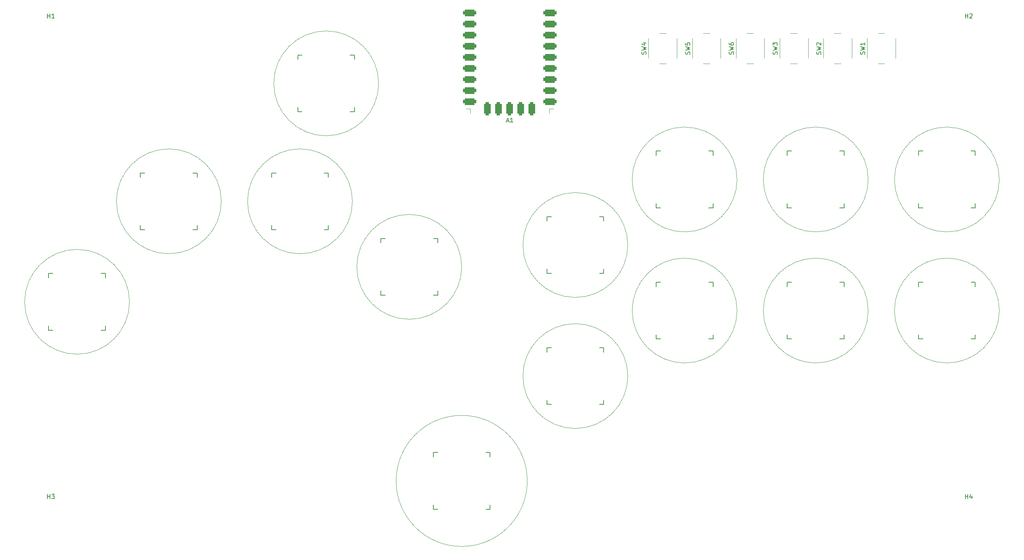
<source format=gto>
G04 #@! TF.GenerationSoftware,KiCad,Pcbnew,8.0.4-8.0.4-0~ubuntu22.04.1*
G04 #@! TF.CreationDate,2024-07-29T20:53:54+08:00*
G04 #@! TF.ProjectId,halalsnackbox,68616c61-6c73-46e6-9163-6b626f782e6b,rev?*
G04 #@! TF.SameCoordinates,Original*
G04 #@! TF.FileFunction,Legend,Top*
G04 #@! TF.FilePolarity,Positive*
%FSLAX46Y46*%
G04 Gerber Fmt 4.6, Leading zero omitted, Abs format (unit mm)*
G04 Created by KiCad (PCBNEW 8.0.4-8.0.4-0~ubuntu22.04.1) date 2024-07-29 20:53:54*
%MOMM*%
%LPD*%
G01*
G04 APERTURE LIST*
G04 Aperture macros list*
%AMRoundRect*
0 Rectangle with rounded corners*
0 $1 Rounding radius*
0 $2 $3 $4 $5 $6 $7 $8 $9 X,Y pos of 4 corners*
0 Add a 4 corners polygon primitive as box body*
4,1,4,$2,$3,$4,$5,$6,$7,$8,$9,$2,$3,0*
0 Add four circle primitives for the rounded corners*
1,1,$1+$1,$2,$3*
1,1,$1+$1,$4,$5*
1,1,$1+$1,$6,$7*
1,1,$1+$1,$8,$9*
0 Add four rect primitives between the rounded corners*
20,1,$1+$1,$2,$3,$4,$5,0*
20,1,$1+$1,$4,$5,$6,$7,0*
20,1,$1+$1,$6,$7,$8,$9,0*
20,1,$1+$1,$8,$9,$2,$3,0*%
G04 Aperture macros list end*
%ADD10C,0.100000*%
%ADD11C,0.150000*%
%ADD12C,0.120000*%
%ADD13C,0.140000*%
%ADD14RoundRect,0.381000X1.119000X0.381000X-1.119000X0.381000X-1.119000X-0.381000X1.119000X-0.381000X0*%
%ADD15RoundRect,0.381000X-0.381000X1.119000X-0.381000X-1.119000X0.381000X-1.119000X0.381000X1.119000X0*%
%ADD16RoundRect,0.381000X0.381000X-1.119000X0.381000X1.119000X-0.381000X1.119000X-0.381000X-1.119000X0*%
%ADD17C,2.000000*%
%ADD18C,6.400000*%
%ADD19C,3.000000*%
%ADD20C,5.250000*%
G04 APERTURE END LIST*
D10*
X49000000Y-45000000D02*
G75*
G02*
X25000000Y-45000000I-12000000J0D01*
G01*
X25000000Y-45000000D02*
G75*
G02*
X49000000Y-45000000I12000000J0D01*
G01*
X28000000Y-68000000D02*
G75*
G02*
X4000000Y-68000000I-12000000J0D01*
G01*
X4000000Y-68000000D02*
G75*
G02*
X28000000Y-68000000I12000000J0D01*
G01*
X104000000Y-60000000D02*
G75*
G02*
X80000000Y-60000000I-12000000J0D01*
G01*
X80000000Y-60000000D02*
G75*
G02*
X104000000Y-60000000I12000000J0D01*
G01*
X197000000Y-40000000D02*
G75*
G02*
X173000000Y-40000000I-12000000J0D01*
G01*
X173000000Y-40000000D02*
G75*
G02*
X197000000Y-40000000I12000000J0D01*
G01*
X142000000Y-85000000D02*
G75*
G02*
X118000000Y-85000000I-12000000J0D01*
G01*
X118000000Y-85000000D02*
G75*
G02*
X142000000Y-85000000I12000000J0D01*
G01*
X167000000Y-70000000D02*
G75*
G02*
X143000000Y-70000000I-12000000J0D01*
G01*
X143000000Y-70000000D02*
G75*
G02*
X167000000Y-70000000I12000000J0D01*
G01*
X167000000Y-40000000D02*
G75*
G02*
X143000000Y-40000000I-12000000J0D01*
G01*
X143000000Y-40000000D02*
G75*
G02*
X167000000Y-40000000I12000000J0D01*
G01*
X85000000Y-18000000D02*
G75*
G02*
X61000000Y-18000000I-12000000J0D01*
G01*
X61000000Y-18000000D02*
G75*
G02*
X85000000Y-18000000I12000000J0D01*
G01*
X227000000Y-40000000D02*
G75*
G02*
X203000000Y-40000000I-12000000J0D01*
G01*
X203000000Y-40000000D02*
G75*
G02*
X227000000Y-40000000I12000000J0D01*
G01*
X197000000Y-70000000D02*
G75*
G02*
X173000000Y-70000000I-12000000J0D01*
G01*
X173000000Y-70000000D02*
G75*
G02*
X197000000Y-70000000I12000000J0D01*
G01*
X79000000Y-45000000D02*
G75*
G02*
X55000000Y-45000000I-12000000J0D01*
G01*
X55000000Y-45000000D02*
G75*
G02*
X79000000Y-45000000I12000000J0D01*
G01*
X227000000Y-70000000D02*
G75*
G02*
X203000000Y-70000000I-12000000J0D01*
G01*
X203000000Y-70000000D02*
G75*
G02*
X227000000Y-70000000I12000000J0D01*
G01*
X119000000Y-109000000D02*
G75*
G02*
X89000000Y-109000000I-15000000J0D01*
G01*
X89000000Y-109000000D02*
G75*
G02*
X119000000Y-109000000I15000000J0D01*
G01*
X142000000Y-55000000D02*
G75*
G02*
X118000000Y-55000000I-12000000J0D01*
G01*
X118000000Y-55000000D02*
G75*
G02*
X142000000Y-55000000I12000000J0D01*
G01*
D11*
X114285714Y-26599104D02*
X114761904Y-26599104D01*
X114190476Y-26884819D02*
X114523809Y-25884819D01*
X114523809Y-25884819D02*
X114857142Y-26884819D01*
X115714285Y-26884819D02*
X115142857Y-26884819D01*
X115428571Y-26884819D02*
X115428571Y-25884819D01*
X115428571Y-25884819D02*
X115333333Y-26027676D01*
X115333333Y-26027676D02*
X115238095Y-26122914D01*
X115238095Y-26122914D02*
X115142857Y-26170533D01*
X156157200Y-11333332D02*
X156204819Y-11190475D01*
X156204819Y-11190475D02*
X156204819Y-10952380D01*
X156204819Y-10952380D02*
X156157200Y-10857142D01*
X156157200Y-10857142D02*
X156109580Y-10809523D01*
X156109580Y-10809523D02*
X156014342Y-10761904D01*
X156014342Y-10761904D02*
X155919104Y-10761904D01*
X155919104Y-10761904D02*
X155823866Y-10809523D01*
X155823866Y-10809523D02*
X155776247Y-10857142D01*
X155776247Y-10857142D02*
X155728628Y-10952380D01*
X155728628Y-10952380D02*
X155681009Y-11142856D01*
X155681009Y-11142856D02*
X155633390Y-11238094D01*
X155633390Y-11238094D02*
X155585771Y-11285713D01*
X155585771Y-11285713D02*
X155490533Y-11333332D01*
X155490533Y-11333332D02*
X155395295Y-11333332D01*
X155395295Y-11333332D02*
X155300057Y-11285713D01*
X155300057Y-11285713D02*
X155252438Y-11238094D01*
X155252438Y-11238094D02*
X155204819Y-11142856D01*
X155204819Y-11142856D02*
X155204819Y-10904761D01*
X155204819Y-10904761D02*
X155252438Y-10761904D01*
X155204819Y-10428570D02*
X156204819Y-10190475D01*
X156204819Y-10190475D02*
X155490533Y-9999999D01*
X155490533Y-9999999D02*
X156204819Y-9809523D01*
X156204819Y-9809523D02*
X155204819Y-9571428D01*
X155204819Y-8714285D02*
X155204819Y-9190475D01*
X155204819Y-9190475D02*
X155681009Y-9238094D01*
X155681009Y-9238094D02*
X155633390Y-9190475D01*
X155633390Y-9190475D02*
X155585771Y-9095237D01*
X155585771Y-9095237D02*
X155585771Y-8857142D01*
X155585771Y-8857142D02*
X155633390Y-8761904D01*
X155633390Y-8761904D02*
X155681009Y-8714285D01*
X155681009Y-8714285D02*
X155776247Y-8666666D01*
X155776247Y-8666666D02*
X156014342Y-8666666D01*
X156014342Y-8666666D02*
X156109580Y-8714285D01*
X156109580Y-8714285D02*
X156157200Y-8761904D01*
X156157200Y-8761904D02*
X156204819Y-8857142D01*
X156204819Y-8857142D02*
X156204819Y-9095237D01*
X156204819Y-9095237D02*
X156157200Y-9190475D01*
X156157200Y-9190475D02*
X156109580Y-9238094D01*
X196157200Y-11333332D02*
X196204819Y-11190475D01*
X196204819Y-11190475D02*
X196204819Y-10952380D01*
X196204819Y-10952380D02*
X196157200Y-10857142D01*
X196157200Y-10857142D02*
X196109580Y-10809523D01*
X196109580Y-10809523D02*
X196014342Y-10761904D01*
X196014342Y-10761904D02*
X195919104Y-10761904D01*
X195919104Y-10761904D02*
X195823866Y-10809523D01*
X195823866Y-10809523D02*
X195776247Y-10857142D01*
X195776247Y-10857142D02*
X195728628Y-10952380D01*
X195728628Y-10952380D02*
X195681009Y-11142856D01*
X195681009Y-11142856D02*
X195633390Y-11238094D01*
X195633390Y-11238094D02*
X195585771Y-11285713D01*
X195585771Y-11285713D02*
X195490533Y-11333332D01*
X195490533Y-11333332D02*
X195395295Y-11333332D01*
X195395295Y-11333332D02*
X195300057Y-11285713D01*
X195300057Y-11285713D02*
X195252438Y-11238094D01*
X195252438Y-11238094D02*
X195204819Y-11142856D01*
X195204819Y-11142856D02*
X195204819Y-10904761D01*
X195204819Y-10904761D02*
X195252438Y-10761904D01*
X195204819Y-10428570D02*
X196204819Y-10190475D01*
X196204819Y-10190475D02*
X195490533Y-9999999D01*
X195490533Y-9999999D02*
X196204819Y-9809523D01*
X196204819Y-9809523D02*
X195204819Y-9571428D01*
X196204819Y-8666666D02*
X196204819Y-9238094D01*
X196204819Y-8952380D02*
X195204819Y-8952380D01*
X195204819Y-8952380D02*
X195347676Y-9047618D01*
X195347676Y-9047618D02*
X195442914Y-9142856D01*
X195442914Y-9142856D02*
X195490533Y-9238094D01*
X9238095Y-113054819D02*
X9238095Y-112054819D01*
X9238095Y-112531009D02*
X9809523Y-112531009D01*
X9809523Y-113054819D02*
X9809523Y-112054819D01*
X10190476Y-112054819D02*
X10809523Y-112054819D01*
X10809523Y-112054819D02*
X10476190Y-112435771D01*
X10476190Y-112435771D02*
X10619047Y-112435771D01*
X10619047Y-112435771D02*
X10714285Y-112483390D01*
X10714285Y-112483390D02*
X10761904Y-112531009D01*
X10761904Y-112531009D02*
X10809523Y-112626247D01*
X10809523Y-112626247D02*
X10809523Y-112864342D01*
X10809523Y-112864342D02*
X10761904Y-112959580D01*
X10761904Y-112959580D02*
X10714285Y-113007200D01*
X10714285Y-113007200D02*
X10619047Y-113054819D01*
X10619047Y-113054819D02*
X10333333Y-113054819D01*
X10333333Y-113054819D02*
X10238095Y-113007200D01*
X10238095Y-113007200D02*
X10190476Y-112959580D01*
X176157200Y-11333332D02*
X176204819Y-11190475D01*
X176204819Y-11190475D02*
X176204819Y-10952380D01*
X176204819Y-10952380D02*
X176157200Y-10857142D01*
X176157200Y-10857142D02*
X176109580Y-10809523D01*
X176109580Y-10809523D02*
X176014342Y-10761904D01*
X176014342Y-10761904D02*
X175919104Y-10761904D01*
X175919104Y-10761904D02*
X175823866Y-10809523D01*
X175823866Y-10809523D02*
X175776247Y-10857142D01*
X175776247Y-10857142D02*
X175728628Y-10952380D01*
X175728628Y-10952380D02*
X175681009Y-11142856D01*
X175681009Y-11142856D02*
X175633390Y-11238094D01*
X175633390Y-11238094D02*
X175585771Y-11285713D01*
X175585771Y-11285713D02*
X175490533Y-11333332D01*
X175490533Y-11333332D02*
X175395295Y-11333332D01*
X175395295Y-11333332D02*
X175300057Y-11285713D01*
X175300057Y-11285713D02*
X175252438Y-11238094D01*
X175252438Y-11238094D02*
X175204819Y-11142856D01*
X175204819Y-11142856D02*
X175204819Y-10904761D01*
X175204819Y-10904761D02*
X175252438Y-10761904D01*
X175204819Y-10428570D02*
X176204819Y-10190475D01*
X176204819Y-10190475D02*
X175490533Y-9999999D01*
X175490533Y-9999999D02*
X176204819Y-9809523D01*
X176204819Y-9809523D02*
X175204819Y-9571428D01*
X175204819Y-9285713D02*
X175204819Y-8666666D01*
X175204819Y-8666666D02*
X175585771Y-8999999D01*
X175585771Y-8999999D02*
X175585771Y-8857142D01*
X175585771Y-8857142D02*
X175633390Y-8761904D01*
X175633390Y-8761904D02*
X175681009Y-8714285D01*
X175681009Y-8714285D02*
X175776247Y-8666666D01*
X175776247Y-8666666D02*
X176014342Y-8666666D01*
X176014342Y-8666666D02*
X176109580Y-8714285D01*
X176109580Y-8714285D02*
X176157200Y-8761904D01*
X176157200Y-8761904D02*
X176204819Y-8857142D01*
X176204819Y-8857142D02*
X176204819Y-9142856D01*
X176204819Y-9142856D02*
X176157200Y-9238094D01*
X176157200Y-9238094D02*
X176109580Y-9285713D01*
X219238095Y-3054819D02*
X219238095Y-2054819D01*
X219238095Y-2531009D02*
X219809523Y-2531009D01*
X219809523Y-3054819D02*
X219809523Y-2054819D01*
X220238095Y-2150057D02*
X220285714Y-2102438D01*
X220285714Y-2102438D02*
X220380952Y-2054819D01*
X220380952Y-2054819D02*
X220619047Y-2054819D01*
X220619047Y-2054819D02*
X220714285Y-2102438D01*
X220714285Y-2102438D02*
X220761904Y-2150057D01*
X220761904Y-2150057D02*
X220809523Y-2245295D01*
X220809523Y-2245295D02*
X220809523Y-2340533D01*
X220809523Y-2340533D02*
X220761904Y-2483390D01*
X220761904Y-2483390D02*
X220190476Y-3054819D01*
X220190476Y-3054819D02*
X220809523Y-3054819D01*
X219238095Y-113054819D02*
X219238095Y-112054819D01*
X219238095Y-112531009D02*
X219809523Y-112531009D01*
X219809523Y-113054819D02*
X219809523Y-112054819D01*
X220714285Y-112388152D02*
X220714285Y-113054819D01*
X220476190Y-112007200D02*
X220238095Y-112721485D01*
X220238095Y-112721485D02*
X220857142Y-112721485D01*
X166157200Y-11333332D02*
X166204819Y-11190475D01*
X166204819Y-11190475D02*
X166204819Y-10952380D01*
X166204819Y-10952380D02*
X166157200Y-10857142D01*
X166157200Y-10857142D02*
X166109580Y-10809523D01*
X166109580Y-10809523D02*
X166014342Y-10761904D01*
X166014342Y-10761904D02*
X165919104Y-10761904D01*
X165919104Y-10761904D02*
X165823866Y-10809523D01*
X165823866Y-10809523D02*
X165776247Y-10857142D01*
X165776247Y-10857142D02*
X165728628Y-10952380D01*
X165728628Y-10952380D02*
X165681009Y-11142856D01*
X165681009Y-11142856D02*
X165633390Y-11238094D01*
X165633390Y-11238094D02*
X165585771Y-11285713D01*
X165585771Y-11285713D02*
X165490533Y-11333332D01*
X165490533Y-11333332D02*
X165395295Y-11333332D01*
X165395295Y-11333332D02*
X165300057Y-11285713D01*
X165300057Y-11285713D02*
X165252438Y-11238094D01*
X165252438Y-11238094D02*
X165204819Y-11142856D01*
X165204819Y-11142856D02*
X165204819Y-10904761D01*
X165204819Y-10904761D02*
X165252438Y-10761904D01*
X165204819Y-10428570D02*
X166204819Y-10190475D01*
X166204819Y-10190475D02*
X165490533Y-9999999D01*
X165490533Y-9999999D02*
X166204819Y-9809523D01*
X166204819Y-9809523D02*
X165204819Y-9571428D01*
X165204819Y-8761904D02*
X165204819Y-8952380D01*
X165204819Y-8952380D02*
X165252438Y-9047618D01*
X165252438Y-9047618D02*
X165300057Y-9095237D01*
X165300057Y-9095237D02*
X165442914Y-9190475D01*
X165442914Y-9190475D02*
X165633390Y-9238094D01*
X165633390Y-9238094D02*
X166014342Y-9238094D01*
X166014342Y-9238094D02*
X166109580Y-9190475D01*
X166109580Y-9190475D02*
X166157200Y-9142856D01*
X166157200Y-9142856D02*
X166204819Y-9047618D01*
X166204819Y-9047618D02*
X166204819Y-8857142D01*
X166204819Y-8857142D02*
X166157200Y-8761904D01*
X166157200Y-8761904D02*
X166109580Y-8714285D01*
X166109580Y-8714285D02*
X166014342Y-8666666D01*
X166014342Y-8666666D02*
X165776247Y-8666666D01*
X165776247Y-8666666D02*
X165681009Y-8714285D01*
X165681009Y-8714285D02*
X165633390Y-8761904D01*
X165633390Y-8761904D02*
X165585771Y-8857142D01*
X165585771Y-8857142D02*
X165585771Y-9047618D01*
X165585771Y-9047618D02*
X165633390Y-9142856D01*
X165633390Y-9142856D02*
X165681009Y-9190475D01*
X165681009Y-9190475D02*
X165776247Y-9238094D01*
X9238095Y-3054819D02*
X9238095Y-2054819D01*
X9238095Y-2531009D02*
X9809523Y-2531009D01*
X9809523Y-3054819D02*
X9809523Y-2054819D01*
X10809523Y-3054819D02*
X10238095Y-3054819D01*
X10523809Y-3054819D02*
X10523809Y-2054819D01*
X10523809Y-2054819D02*
X10428571Y-2197676D01*
X10428571Y-2197676D02*
X10333333Y-2292914D01*
X10333333Y-2292914D02*
X10238095Y-2340533D01*
X146157200Y-11333332D02*
X146204819Y-11190475D01*
X146204819Y-11190475D02*
X146204819Y-10952380D01*
X146204819Y-10952380D02*
X146157200Y-10857142D01*
X146157200Y-10857142D02*
X146109580Y-10809523D01*
X146109580Y-10809523D02*
X146014342Y-10761904D01*
X146014342Y-10761904D02*
X145919104Y-10761904D01*
X145919104Y-10761904D02*
X145823866Y-10809523D01*
X145823866Y-10809523D02*
X145776247Y-10857142D01*
X145776247Y-10857142D02*
X145728628Y-10952380D01*
X145728628Y-10952380D02*
X145681009Y-11142856D01*
X145681009Y-11142856D02*
X145633390Y-11238094D01*
X145633390Y-11238094D02*
X145585771Y-11285713D01*
X145585771Y-11285713D02*
X145490533Y-11333332D01*
X145490533Y-11333332D02*
X145395295Y-11333332D01*
X145395295Y-11333332D02*
X145300057Y-11285713D01*
X145300057Y-11285713D02*
X145252438Y-11238094D01*
X145252438Y-11238094D02*
X145204819Y-11142856D01*
X145204819Y-11142856D02*
X145204819Y-10904761D01*
X145204819Y-10904761D02*
X145252438Y-10761904D01*
X145204819Y-10428570D02*
X146204819Y-10190475D01*
X146204819Y-10190475D02*
X145490533Y-9999999D01*
X145490533Y-9999999D02*
X146204819Y-9809523D01*
X146204819Y-9809523D02*
X145204819Y-9571428D01*
X145538152Y-8761904D02*
X146204819Y-8761904D01*
X145157200Y-8999999D02*
X145871485Y-9238094D01*
X145871485Y-9238094D02*
X145871485Y-8619047D01*
X186157200Y-11333332D02*
X186204819Y-11190475D01*
X186204819Y-11190475D02*
X186204819Y-10952380D01*
X186204819Y-10952380D02*
X186157200Y-10857142D01*
X186157200Y-10857142D02*
X186109580Y-10809523D01*
X186109580Y-10809523D02*
X186014342Y-10761904D01*
X186014342Y-10761904D02*
X185919104Y-10761904D01*
X185919104Y-10761904D02*
X185823866Y-10809523D01*
X185823866Y-10809523D02*
X185776247Y-10857142D01*
X185776247Y-10857142D02*
X185728628Y-10952380D01*
X185728628Y-10952380D02*
X185681009Y-11142856D01*
X185681009Y-11142856D02*
X185633390Y-11238094D01*
X185633390Y-11238094D02*
X185585771Y-11285713D01*
X185585771Y-11285713D02*
X185490533Y-11333332D01*
X185490533Y-11333332D02*
X185395295Y-11333332D01*
X185395295Y-11333332D02*
X185300057Y-11285713D01*
X185300057Y-11285713D02*
X185252438Y-11238094D01*
X185252438Y-11238094D02*
X185204819Y-11142856D01*
X185204819Y-11142856D02*
X185204819Y-10904761D01*
X185204819Y-10904761D02*
X185252438Y-10761904D01*
X185204819Y-10428570D02*
X186204819Y-10190475D01*
X186204819Y-10190475D02*
X185490533Y-9999999D01*
X185490533Y-9999999D02*
X186204819Y-9809523D01*
X186204819Y-9809523D02*
X185204819Y-9571428D01*
X185300057Y-9238094D02*
X185252438Y-9190475D01*
X185252438Y-9190475D02*
X185204819Y-9095237D01*
X185204819Y-9095237D02*
X185204819Y-8857142D01*
X185204819Y-8857142D02*
X185252438Y-8761904D01*
X185252438Y-8761904D02*
X185300057Y-8714285D01*
X185300057Y-8714285D02*
X185395295Y-8666666D01*
X185395295Y-8666666D02*
X185490533Y-8666666D01*
X185490533Y-8666666D02*
X185633390Y-8714285D01*
X185633390Y-8714285D02*
X186204819Y-9285713D01*
X186204819Y-9285713D02*
X186204819Y-8666666D01*
D12*
X106000000Y-23830000D02*
X105000000Y-23830000D01*
X106000000Y-23830000D02*
X106000000Y-24830000D01*
X124000000Y-23830000D02*
X124000000Y-24830000D01*
X124000000Y-23830000D02*
X125000000Y-23830000D01*
X156750000Y-7750000D02*
X156750000Y-12250000D01*
X159250000Y-13500000D02*
X160750000Y-13500000D01*
X160750000Y-6500000D02*
X159250000Y-6500000D01*
X163250000Y-12250000D02*
X163250000Y-7750000D01*
X196750000Y-7750000D02*
X196750000Y-12250000D01*
X199250000Y-13500000D02*
X200750000Y-13500000D01*
X200750000Y-6500000D02*
X199250000Y-6500000D01*
X203250000Y-12250000D02*
X203250000Y-7750000D01*
X176750000Y-7750000D02*
X176750000Y-12250000D01*
X179250000Y-13500000D02*
X180750000Y-13500000D01*
X180750000Y-6500000D02*
X179250000Y-6500000D01*
X183250000Y-12250000D02*
X183250000Y-7750000D01*
X166750000Y-7750000D02*
X166750000Y-12250000D01*
X169250000Y-13500000D02*
X170750000Y-13500000D01*
X170750000Y-6500000D02*
X169250000Y-6500000D01*
X173250000Y-12250000D02*
X173250000Y-7750000D01*
D13*
X9500000Y-62500000D02*
X9500000Y-61500000D01*
X9500000Y-74500000D02*
X9500000Y-73500000D01*
X9500000Y-74500000D02*
X10500000Y-74500000D01*
X10500000Y-61500000D02*
X9500000Y-61500000D01*
X21500000Y-74500000D02*
X22500000Y-74500000D01*
X22500000Y-61500000D02*
X21500000Y-61500000D01*
X22500000Y-61500000D02*
X22500000Y-62500000D01*
X22500000Y-73500000D02*
X22500000Y-74500000D01*
X148500000Y-34500000D02*
X148500000Y-33500000D01*
X148500000Y-46500000D02*
X148500000Y-45500000D01*
X148500000Y-46500000D02*
X149500000Y-46500000D01*
X149500000Y-33500000D02*
X148500000Y-33500000D01*
X160500000Y-46500000D02*
X161500000Y-46500000D01*
X161500000Y-33500000D02*
X160500000Y-33500000D01*
X161500000Y-33500000D02*
X161500000Y-34500000D01*
X161500000Y-45500000D02*
X161500000Y-46500000D01*
X85500000Y-54500000D02*
X85500000Y-53500000D01*
X85500000Y-66500000D02*
X85500000Y-65500000D01*
X85500000Y-66500000D02*
X86500000Y-66500000D01*
X86500000Y-53500000D02*
X85500000Y-53500000D01*
X97500000Y-66500000D02*
X98500000Y-66500000D01*
X98500000Y-53500000D02*
X97500000Y-53500000D01*
X98500000Y-53500000D02*
X98500000Y-54500000D01*
X98500000Y-65500000D02*
X98500000Y-66500000D01*
X123500000Y-79500000D02*
X123500000Y-78500000D01*
X123500000Y-91500000D02*
X123500000Y-90500000D01*
X123500000Y-91500000D02*
X124500000Y-91500000D01*
X124500000Y-78500000D02*
X123500000Y-78500000D01*
X135500000Y-91500000D02*
X136500000Y-91500000D01*
X136500000Y-78500000D02*
X135500000Y-78500000D01*
X136500000Y-78500000D02*
X136500000Y-79500000D01*
X136500000Y-90500000D02*
X136500000Y-91500000D01*
X30500000Y-39500000D02*
X30500000Y-38500000D01*
X30500000Y-51500000D02*
X30500000Y-50500000D01*
X30500000Y-51500000D02*
X31500000Y-51500000D01*
X31500000Y-38500000D02*
X30500000Y-38500000D01*
X42500000Y-51500000D02*
X43500000Y-51500000D01*
X43500000Y-38500000D02*
X42500000Y-38500000D01*
X43500000Y-38500000D02*
X43500000Y-39500000D01*
X43500000Y-50500000D02*
X43500000Y-51500000D01*
X66500000Y-12500000D02*
X66500000Y-11500000D01*
X66500000Y-24500000D02*
X66500000Y-23500000D01*
X66500000Y-24500000D02*
X67500000Y-24500000D01*
X67500000Y-11500000D02*
X66500000Y-11500000D01*
X78500000Y-24500000D02*
X79500000Y-24500000D01*
X79500000Y-11500000D02*
X78500000Y-11500000D01*
X79500000Y-11500000D02*
X79500000Y-12500000D01*
X79500000Y-23500000D02*
X79500000Y-24500000D01*
X178500000Y-64500000D02*
X178500000Y-63500000D01*
X178500000Y-76500000D02*
X178500000Y-75500000D01*
X178500000Y-76500000D02*
X179500000Y-76500000D01*
X179500000Y-63500000D02*
X178500000Y-63500000D01*
X190500000Y-76500000D02*
X191500000Y-76500000D01*
X191500000Y-63500000D02*
X190500000Y-63500000D01*
X191500000Y-63500000D02*
X191500000Y-64500000D01*
X191500000Y-75500000D02*
X191500000Y-76500000D01*
X123500000Y-49500000D02*
X123500000Y-48500000D01*
X123500000Y-61500000D02*
X123500000Y-60500000D01*
X123500000Y-61500000D02*
X124500000Y-61500000D01*
X124500000Y-48500000D02*
X123500000Y-48500000D01*
X135500000Y-61500000D02*
X136500000Y-61500000D01*
X136500000Y-48500000D02*
X135500000Y-48500000D01*
X136500000Y-48500000D02*
X136500000Y-49500000D01*
X136500000Y-60500000D02*
X136500000Y-61500000D01*
D12*
X146750000Y-7750000D02*
X146750000Y-12250000D01*
X149250000Y-13500000D02*
X150750000Y-13500000D01*
X150750000Y-6500000D02*
X149250000Y-6500000D01*
X153250000Y-12250000D02*
X153250000Y-7750000D01*
D13*
X60500000Y-39500000D02*
X60500000Y-38500000D01*
X60500000Y-51500000D02*
X60500000Y-50500000D01*
X60500000Y-51500000D02*
X61500000Y-51500000D01*
X61500000Y-38500000D02*
X60500000Y-38500000D01*
X72500000Y-51500000D02*
X73500000Y-51500000D01*
X73500000Y-38500000D02*
X72500000Y-38500000D01*
X73500000Y-38500000D02*
X73500000Y-39500000D01*
X73500000Y-50500000D02*
X73500000Y-51500000D01*
X97500000Y-103500000D02*
X97500000Y-102500000D01*
X97500000Y-115500000D02*
X97500000Y-114500000D01*
X97500000Y-115500000D02*
X98500000Y-115500000D01*
X98500000Y-102500000D02*
X97500000Y-102500000D01*
X109500000Y-115500000D02*
X110500000Y-115500000D01*
X110500000Y-102500000D02*
X109500000Y-102500000D01*
X110500000Y-102500000D02*
X110500000Y-103500000D01*
X110500000Y-114500000D02*
X110500000Y-115500000D01*
D12*
X186750000Y-7750000D02*
X186750000Y-12250000D01*
X189250000Y-13500000D02*
X190750000Y-13500000D01*
X190750000Y-6500000D02*
X189250000Y-6500000D01*
X193250000Y-12250000D02*
X193250000Y-7750000D01*
D13*
X208500000Y-64500000D02*
X208500000Y-63500000D01*
X208500000Y-76500000D02*
X208500000Y-75500000D01*
X208500000Y-76500000D02*
X209500000Y-76500000D01*
X209500000Y-63500000D02*
X208500000Y-63500000D01*
X220500000Y-76500000D02*
X221500000Y-76500000D01*
X221500000Y-63500000D02*
X220500000Y-63500000D01*
X221500000Y-63500000D02*
X221500000Y-64500000D01*
X221500000Y-75500000D02*
X221500000Y-76500000D01*
X148500000Y-64500000D02*
X148500000Y-63500000D01*
X148500000Y-76500000D02*
X148500000Y-75500000D01*
X148500000Y-76500000D02*
X149500000Y-76500000D01*
X149500000Y-63500000D02*
X148500000Y-63500000D01*
X160500000Y-76500000D02*
X161500000Y-76500000D01*
X161500000Y-63500000D02*
X160500000Y-63500000D01*
X161500000Y-63500000D02*
X161500000Y-64500000D01*
X161500000Y-75500000D02*
X161500000Y-76500000D01*
X178500000Y-34500000D02*
X178500000Y-33500000D01*
X178500000Y-46500000D02*
X178500000Y-45500000D01*
X178500000Y-46500000D02*
X179500000Y-46500000D01*
X179500000Y-33500000D02*
X178500000Y-33500000D01*
X190500000Y-46500000D02*
X191500000Y-46500000D01*
X191500000Y-33500000D02*
X190500000Y-33500000D01*
X191500000Y-33500000D02*
X191500000Y-34500000D01*
X191500000Y-45500000D02*
X191500000Y-46500000D01*
X208500000Y-34500000D02*
X208500000Y-33500000D01*
X208500000Y-46500000D02*
X208500000Y-45500000D01*
X208500000Y-46500000D02*
X209500000Y-46500000D01*
X209500000Y-33500000D02*
X208500000Y-33500000D01*
X220500000Y-46500000D02*
X221500000Y-46500000D01*
X221500000Y-33500000D02*
X220500000Y-33500000D01*
X221500000Y-33500000D02*
X221500000Y-34500000D01*
X221500000Y-45500000D02*
X221500000Y-46500000D01*
%LPC*%
D14*
X124160000Y-1920000D03*
X124160000Y-4460000D03*
X124160000Y-7000000D03*
X124160000Y-9540000D03*
X124160000Y-12080000D03*
X124160000Y-14620000D03*
X124160000Y-17160000D03*
X124160000Y-19700000D03*
X124160000Y-22240000D03*
D15*
X120080000Y-23780000D03*
X117540000Y-23780000D03*
X115000000Y-23780000D03*
X112460000Y-23780000D03*
D16*
X109920000Y-23780000D03*
D14*
X105840000Y-22240000D03*
X105840000Y-19700000D03*
X105840000Y-17160000D03*
X105840000Y-14620000D03*
X105840000Y-12080000D03*
X105840000Y-9540000D03*
X105840000Y-7000000D03*
X105840000Y-1920000D03*
X105840000Y-4460000D03*
D17*
X157750000Y-13250000D03*
X157750000Y-6750000D03*
X162250000Y-13250000D03*
X162250000Y-6750000D03*
X197750000Y-13250000D03*
X197750000Y-6750000D03*
X202250000Y-13250000D03*
X202250000Y-6750000D03*
D18*
X10000000Y-120000000D03*
D17*
X177750000Y-13250000D03*
X177750000Y-6750000D03*
X182250000Y-13250000D03*
X182250000Y-6750000D03*
D18*
X220000000Y-10000000D03*
X220000000Y-120000000D03*
D17*
X167750000Y-13250000D03*
X167750000Y-6750000D03*
X172250000Y-13250000D03*
X172250000Y-6750000D03*
D18*
X10000000Y-10000000D03*
D19*
X11600000Y-72700000D03*
D20*
X16000000Y-68000000D03*
D19*
X18600000Y-73750000D03*
X150600000Y-44700000D03*
D20*
X155000000Y-40000000D03*
D19*
X157600000Y-45750000D03*
X87600000Y-64700000D03*
D20*
X92000000Y-60000000D03*
D19*
X94600000Y-65750000D03*
X125600000Y-89700000D03*
D20*
X130000000Y-85000000D03*
D19*
X132600000Y-90750000D03*
X32600000Y-49700000D03*
D20*
X37000000Y-45000000D03*
D19*
X39600000Y-50750000D03*
X68600000Y-22700000D03*
D20*
X73000000Y-18000000D03*
D19*
X75600000Y-23750000D03*
X180600000Y-74700000D03*
D20*
X185000000Y-70000000D03*
D19*
X187600000Y-75750000D03*
X125600000Y-59700000D03*
D20*
X130000000Y-55000000D03*
D19*
X132600000Y-60750000D03*
D17*
X147750000Y-13250000D03*
X147750000Y-6750000D03*
X152250000Y-13250000D03*
X152250000Y-6750000D03*
D19*
X62600000Y-49700000D03*
D20*
X67000000Y-45000000D03*
D19*
X69600000Y-50750000D03*
X99600000Y-113700000D03*
D20*
X104000000Y-109000000D03*
D19*
X106600000Y-114750000D03*
D17*
X187750000Y-13250000D03*
X187750000Y-6750000D03*
X192250000Y-13250000D03*
X192250000Y-6750000D03*
D19*
X210600000Y-74700000D03*
D20*
X215000000Y-70000000D03*
D19*
X217600000Y-75750000D03*
X150600000Y-74700000D03*
D20*
X155000000Y-70000000D03*
D19*
X157600000Y-75750000D03*
X180600000Y-44700000D03*
D20*
X185000000Y-40000000D03*
D19*
X187600000Y-45750000D03*
X210600000Y-44700000D03*
D20*
X215000000Y-40000000D03*
D19*
X217600000Y-45750000D03*
%LPD*%
M02*

</source>
